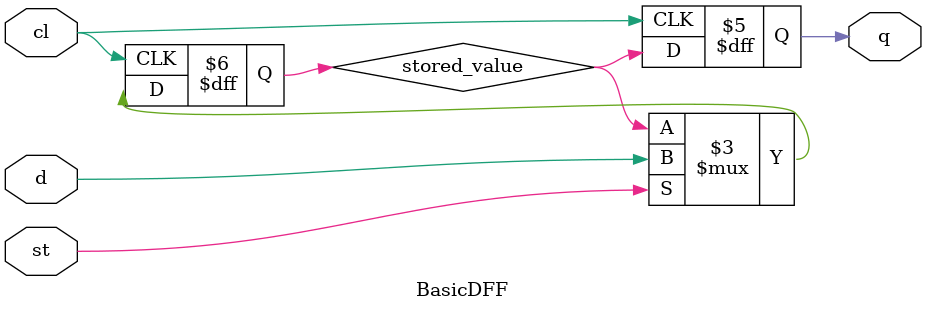
<source format=v>
`ifndef DATAFLIPFLOP_V
`define DATAFLIPFLOP_V

`include "D_Latch.v"
module GateLevelDFF(output q, input st, input d, input cl);
    wire stored_value;
    Basic_D_Latch d1(.q(q), .st(~cl), .d(stored_value));
    Basic_D_Latch d2(.q(stored_value), .st(st & cl), .d(d));
endmodule

module BasicDFF(output reg q, input st, input d, input cl);
    reg stored_value;
    always @(posedge cl) begin
        if (st) stored_value <= d;
    end
    always @(negedge cl) begin
        q <= stored_value;
    end
endmodule

`ifdef TB_DATAFLIPFLOP

module Testbench;
    reg st, d, cl;
    wire q1, q2;

    // 实例化两个 DFF
    GateLevelDFF dff1(.q(q1), .st(st), .d(d), .cl(cl));
    BasicDFF dff2(.q(q2), .st(st), .d(d), .cl(cl));

    // 时钟信号生成
    initial begin
        cl = 0;
        forever #5 cl = ~cl;  // 时钟周期为 10 单位时间
    end

    // 输入信号生成和监视输出
    initial begin
        st = 0; d = 0;
        // 初始化输入
        #10; st = 1; d = 1;
        #10; st = 1; d = 0;
        #10; st = 0; d = 1;
        #10; st = 1; d = 1;
        #20; $finish;  // 结束仿真
    end

    // 监视
    initial begin
        $monitor("At time %t, cl = %b, st = %b, d = %b -> q1 = %b, q2 = %b", $time, cl, st, d, q1, q2);
    end
endmodule

`endif 

`endif // DATAFLIPFLOP_V

</source>
